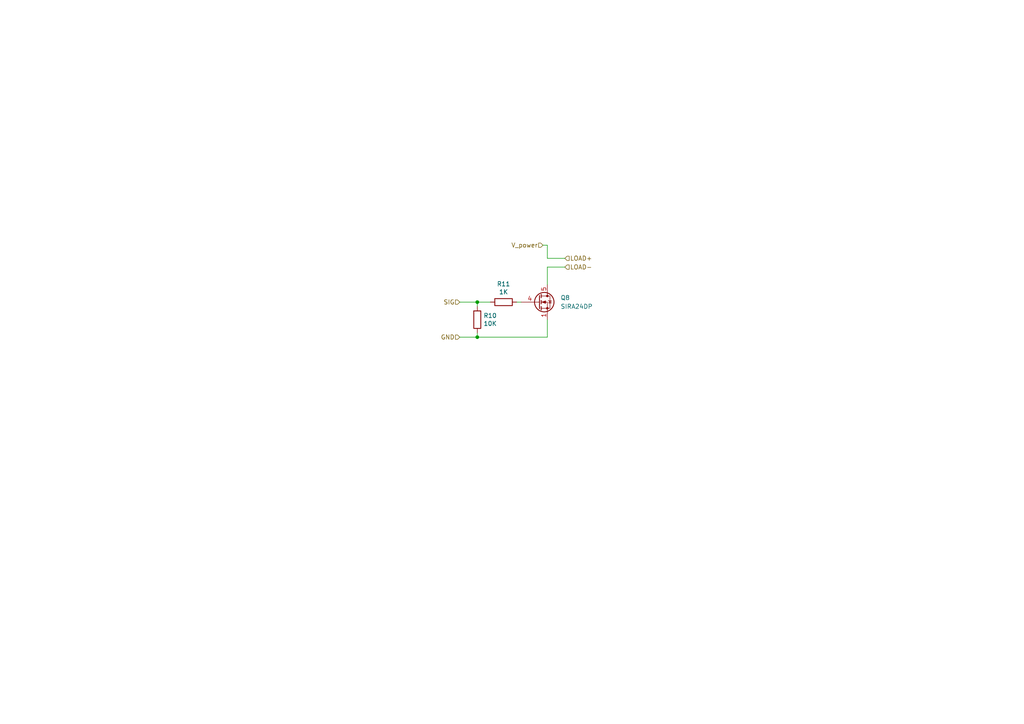
<source format=kicad_sch>
(kicad_sch (version 20211123) (generator eeschema)
  (paper "A4")
  (lib_symbols
    (symbol "Device:R" (pin_numbers hide) (pin_names (offset 0))
      (property "Reference" "R" (at 2.032 0 90))
      (property "Value" "R" (at 0 0 90))
      (symbol "R_0_1"
        (rectangle (start -1.016 -2.54) (end 1.016 2.54) (stroke (width 0.254)))
      )
      (symbol "R_1_1"
        (pin passive line (at 0 3.81 270) (length 1.27) (name "~") (number "1"))
        (pin passive line (at 0 -3.81 90) (length 1.27) (name "~") (number "2"))
      )
    )
    (symbol "william_fets:SIRA24DP" (pin_names (offset 0) hide)
      (property "Reference" "Q" (at 5.08 1.27 0))
      (property "Value" "SIRA24DP" (at 5.08 -1.27 0))
      (symbol "SIRA24DP_0_1"
        (polyline (pts (xy 0.0508 0) (xy 0.254 0)))
        (polyline (pts (xy 0.762 -1.778) (xy 2.54 -1.778)))
        (polyline (pts (xy 0.762 -1.27) (xy 0.762 -2.286)) (stroke (width 0.254)))
        (polyline (pts (xy 0.762 0) (xy 2.54 0)))
        (polyline (pts (xy 0.762 0.508) (xy 0.762 -0.508)) (stroke (width 0.254)))
        (polyline (pts (xy 0.762 1.778) (xy 2.54 1.778)))
        (polyline (pts (xy 0.762 2.286) (xy 0.762 1.27)) (stroke (width 0.254)))
        (polyline (pts (xy 2.54 -1.778) (xy 2.54 -2.54)))
        (polyline (pts (xy 2.54 -1.778) (xy 2.54 0)))
        (polyline (pts (xy 2.54 2.54) (xy 2.54 1.778)))
        (polyline (pts (xy 0.254 1.905) (xy 0.254 -1.905) (xy 0.254 -1.905)) (stroke (width 0.254)))
        (polyline (pts (xy 1.016 0) (xy 2.032 0.381) (xy 2.032 -0.381) (xy 1.016 0)) (fill (type outline)))
        (polyline (pts (xy 2.54 -1.778) (xy 3.302 -1.778) (xy 3.302 1.778) (xy 2.54 1.778)))
        (polyline (pts (xy 2.794 0.508) (xy 2.921 0.381) (xy 3.683 0.381) (xy 3.81 0.254)))
        (polyline (pts (xy 3.302 0.381) (xy 2.921 -0.254) (xy 3.683 -0.254) (xy 3.302 0.381)))
        (circle (center 1.651 0) (radius 2.8194) (stroke (width 0.254)))
        (circle (center 2.54 -1.778) (radius 0.2794) (fill (type outline)))
        (circle (center 2.54 1.778) (radius 0.2794) (fill (type outline)))
      )
      (symbol "SIRA24DP_1_1"
        (pin passive line (at 2.54 -5.08 90) (length 2.54) (name "S") (number "1"))
        (pin passive line (at 2.54 -5.08 90) (length 2.54) hide (name "S") (number "2"))
        (pin passive line (at 2.54 -5.08 90) (length 2.54) hide (name "S") (number "3"))
        (pin input line (at -5.08 0 0) (length 5.08) (name "G") (number "4"))
        (pin passive line (at 2.54 5.08 270) (length 2.54) (name "D") (number "5"))
      )
    )
  )
  (junction (at 138.43 87.63))
  (junction (at 138.43 97.79))
  (wire (pts (xy 138.43 96.52) (xy 138.43 97.79)))
  (wire (pts (xy 133.35 97.79) (xy 138.43 97.79)))
  (wire (pts (xy 149.86 87.63) (xy 151.13 87.63)))
  (wire (pts (xy 158.75 97.79) (xy 158.75 92.71)))
  (wire (pts (xy 163.83 74.93) (xy 158.75 74.93)))
  (wire (pts (xy 138.43 97.79) (xy 158.75 97.79)))
  (wire (pts (xy 138.43 87.63) (xy 142.24 87.63)))
  (wire (pts (xy 158.75 71.12) (xy 157.48 71.12)))
  (wire (pts (xy 133.35 87.63) (xy 138.43 87.63)))
  (wire (pts (xy 158.75 74.93) (xy 158.75 71.12)))
  (wire (pts (xy 158.75 77.47) (xy 158.75 82.55)))
  (wire (pts (xy 163.83 77.47) (xy 158.75 77.47)))
  (wire (pts (xy 138.43 88.9) (xy 138.43 87.63)))
  (hierarchical_label "LOAD-" (shape input) (at 163.83 77.47 0))
  (hierarchical_label "GND" (shape input) (at 133.35 97.79 180))
  (hierarchical_label "V_power" (shape input) (at 157.48 71.12 180))
  (hierarchical_label "SIG" (shape input) (at 133.35 87.63 180))
  (hierarchical_label "LOAD+" (shape input) (at 163.83 74.93 0))
  (symbol (lib_id "Device:R") (at 146.05 87.63 270) (unit 1)
    (property "Reference" "R11" (at 146.05 82.3722 90))
    (property "Value" "1K" (at 146.05 84.6836 90))
    (property "Footprint" "Resistor_SMD:R_0603_1608Metric" (effects hide))
  )
  (symbol (lib_id "Device:R") (at 138.43 92.71 0) (unit 1)
    (property "Reference" "R10" (at 140.208 91.5416 0) (effects (justify left)))
    (property "Value" "10K" (at 140.208 93.853 0) (effects (justify left)))
    (property "Footprint" "Resistor_SMD:R_0603_1608Metric" (effects hide))
  )
  (symbol (lib_id "william_fets:SIRA24DP") (at 156.21 87.63 0) (unit 1)
    (property "Reference" "Q8" (at 162.56 86.3599 0) (effects (justify left)))
    (property "Value" "SIRA24DP" (at 162.56 88.8999 0) (effects (justify left)))
    (property "Footprint" "Package_SO:PowerPAK_SO-8_Single" (effects hide))
    (property "Datasheet" "http://aosmd.com/res/data_sheets/AON7524.pdf" (effects hide))
  )
)
</source>
